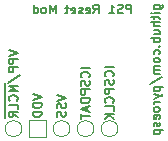
<source format=gbr>
G04 #@! TF.GenerationSoftware,KiCad,Pcbnew,(5.1.2)-2*
G04 #@! TF.CreationDate,2019-10-19T23:40:14+02:00*
G04 #@! TF.ProjectId,PlayStation 1 Reset Mod,506c6179-5374-4617-9469-6f6e20312052,rev?*
G04 #@! TF.SameCoordinates,Original*
G04 #@! TF.FileFunction,Legend,Bot*
G04 #@! TF.FilePolarity,Positive*
%FSLAX46Y46*%
G04 Gerber Fmt 4.6, Leading zero omitted, Abs format (unit mm)*
G04 Created by KiCad (PCBNEW (5.1.2)-2) date 2019-10-19 23:40:14*
%MOMM*%
%LPD*%
G04 APERTURE LIST*
%ADD10C,0.187500*%
%ADD11C,0.120000*%
%ADD12C,0.150000*%
G04 APERTURE END LIST*
D10*
X137260400Y-85439285D02*
X137260400Y-84689285D01*
X136974685Y-84689285D01*
X136903257Y-84725000D01*
X136867542Y-84760714D01*
X136831828Y-84832142D01*
X136831828Y-84939285D01*
X136867542Y-85010714D01*
X136903257Y-85046428D01*
X136974685Y-85082142D01*
X137260400Y-85082142D01*
X136546114Y-85403571D02*
X136438971Y-85439285D01*
X136260400Y-85439285D01*
X136188971Y-85403571D01*
X136153257Y-85367857D01*
X136117542Y-85296428D01*
X136117542Y-85225000D01*
X136153257Y-85153571D01*
X136188971Y-85117857D01*
X136260400Y-85082142D01*
X136403257Y-85046428D01*
X136474685Y-85010714D01*
X136510400Y-84975000D01*
X136546114Y-84903571D01*
X136546114Y-84832142D01*
X136510400Y-84760714D01*
X136474685Y-84725000D01*
X136403257Y-84689285D01*
X136224685Y-84689285D01*
X136117542Y-84725000D01*
X135403257Y-85439285D02*
X135831828Y-85439285D01*
X135617542Y-85439285D02*
X135617542Y-84689285D01*
X135688971Y-84796428D01*
X135760400Y-84867857D01*
X135831828Y-84903571D01*
X134081828Y-85439285D02*
X134331828Y-85082142D01*
X134510400Y-85439285D02*
X134510400Y-84689285D01*
X134224685Y-84689285D01*
X134153257Y-84725000D01*
X134117542Y-84760714D01*
X134081828Y-84832142D01*
X134081828Y-84939285D01*
X134117542Y-85010714D01*
X134153257Y-85046428D01*
X134224685Y-85082142D01*
X134510400Y-85082142D01*
X133474685Y-85403571D02*
X133546114Y-85439285D01*
X133688971Y-85439285D01*
X133760400Y-85403571D01*
X133796114Y-85332142D01*
X133796114Y-85046428D01*
X133760400Y-84975000D01*
X133688971Y-84939285D01*
X133546114Y-84939285D01*
X133474685Y-84975000D01*
X133438971Y-85046428D01*
X133438971Y-85117857D01*
X133796114Y-85189285D01*
X133153257Y-85403571D02*
X133081828Y-85439285D01*
X132938971Y-85439285D01*
X132867542Y-85403571D01*
X132831828Y-85332142D01*
X132831828Y-85296428D01*
X132867542Y-85225000D01*
X132938971Y-85189285D01*
X133046114Y-85189285D01*
X133117542Y-85153571D01*
X133153257Y-85082142D01*
X133153257Y-85046428D01*
X133117542Y-84975000D01*
X133046114Y-84939285D01*
X132938971Y-84939285D01*
X132867542Y-84975000D01*
X132224685Y-85403571D02*
X132296114Y-85439285D01*
X132438971Y-85439285D01*
X132510400Y-85403571D01*
X132546114Y-85332142D01*
X132546114Y-85046428D01*
X132510400Y-84975000D01*
X132438971Y-84939285D01*
X132296114Y-84939285D01*
X132224685Y-84975000D01*
X132188971Y-85046428D01*
X132188971Y-85117857D01*
X132546114Y-85189285D01*
X131974685Y-84939285D02*
X131688971Y-84939285D01*
X131867542Y-84689285D02*
X131867542Y-85332142D01*
X131831828Y-85403571D01*
X131760400Y-85439285D01*
X131688971Y-85439285D01*
X130867542Y-85439285D02*
X130867542Y-84689285D01*
X130617542Y-85225000D01*
X130367542Y-84689285D01*
X130367542Y-85439285D01*
X129903257Y-85439285D02*
X129974685Y-85403571D01*
X130010400Y-85367857D01*
X130046114Y-85296428D01*
X130046114Y-85082142D01*
X130010400Y-85010714D01*
X129974685Y-84975000D01*
X129903257Y-84939285D01*
X129796114Y-84939285D01*
X129724685Y-84975000D01*
X129688971Y-85010714D01*
X129653257Y-85082142D01*
X129653257Y-85296428D01*
X129688971Y-85367857D01*
X129724685Y-85403571D01*
X129796114Y-85439285D01*
X129903257Y-85439285D01*
X129010400Y-85439285D02*
X129010400Y-84689285D01*
X129010400Y-85403571D02*
X129081828Y-85439285D01*
X129224685Y-85439285D01*
X129296114Y-85403571D01*
X129331828Y-85367857D01*
X129367542Y-85296428D01*
X129367542Y-85082142D01*
X129331828Y-85010714D01*
X129296114Y-84975000D01*
X129224685Y-84939285D01*
X129081828Y-84939285D01*
X129010400Y-84975000D01*
X139189285Y-85037142D02*
X139796428Y-85037142D01*
X139867857Y-85001428D01*
X139903571Y-84965714D01*
X139939285Y-84894285D01*
X139939285Y-84787142D01*
X139903571Y-84715714D01*
X139653571Y-85037142D02*
X139689285Y-84965714D01*
X139689285Y-84822857D01*
X139653571Y-84751428D01*
X139617857Y-84715714D01*
X139546428Y-84680000D01*
X139332142Y-84680000D01*
X139260714Y-84715714D01*
X139225000Y-84751428D01*
X139189285Y-84822857D01*
X139189285Y-84965714D01*
X139225000Y-85037142D01*
X139689285Y-85394285D02*
X139189285Y-85394285D01*
X138939285Y-85394285D02*
X138975000Y-85358571D01*
X139010714Y-85394285D01*
X138975000Y-85430000D01*
X138939285Y-85394285D01*
X139010714Y-85394285D01*
X139189285Y-85644285D02*
X139189285Y-85930000D01*
X138939285Y-85751428D02*
X139582142Y-85751428D01*
X139653571Y-85787142D01*
X139689285Y-85858571D01*
X139689285Y-85930000D01*
X139689285Y-86180000D02*
X138939285Y-86180000D01*
X139689285Y-86501428D02*
X139296428Y-86501428D01*
X139225000Y-86465714D01*
X139189285Y-86394285D01*
X139189285Y-86287142D01*
X139225000Y-86215714D01*
X139260714Y-86180000D01*
X139189285Y-87180000D02*
X139689285Y-87180000D01*
X139189285Y-86858571D02*
X139582142Y-86858571D01*
X139653571Y-86894285D01*
X139689285Y-86965714D01*
X139689285Y-87072857D01*
X139653571Y-87144285D01*
X139617857Y-87180000D01*
X139689285Y-87537142D02*
X138939285Y-87537142D01*
X139225000Y-87537142D02*
X139189285Y-87608571D01*
X139189285Y-87751428D01*
X139225000Y-87822857D01*
X139260714Y-87858571D01*
X139332142Y-87894285D01*
X139546428Y-87894285D01*
X139617857Y-87858571D01*
X139653571Y-87822857D01*
X139689285Y-87751428D01*
X139689285Y-87608571D01*
X139653571Y-87537142D01*
X139617857Y-88215714D02*
X139653571Y-88251428D01*
X139689285Y-88215714D01*
X139653571Y-88180000D01*
X139617857Y-88215714D01*
X139689285Y-88215714D01*
X139653571Y-88894285D02*
X139689285Y-88822857D01*
X139689285Y-88680000D01*
X139653571Y-88608571D01*
X139617857Y-88572857D01*
X139546428Y-88537142D01*
X139332142Y-88537142D01*
X139260714Y-88572857D01*
X139225000Y-88608571D01*
X139189285Y-88680000D01*
X139189285Y-88822857D01*
X139225000Y-88894285D01*
X139689285Y-89322857D02*
X139653571Y-89251428D01*
X139617857Y-89215714D01*
X139546428Y-89180000D01*
X139332142Y-89180000D01*
X139260714Y-89215714D01*
X139225000Y-89251428D01*
X139189285Y-89322857D01*
X139189285Y-89430000D01*
X139225000Y-89501428D01*
X139260714Y-89537142D01*
X139332142Y-89572857D01*
X139546428Y-89572857D01*
X139617857Y-89537142D01*
X139653571Y-89501428D01*
X139689285Y-89430000D01*
X139689285Y-89322857D01*
X139689285Y-89894285D02*
X139189285Y-89894285D01*
X139260714Y-89894285D02*
X139225000Y-89930000D01*
X139189285Y-90001428D01*
X139189285Y-90108571D01*
X139225000Y-90180000D01*
X139296428Y-90215714D01*
X139689285Y-90215714D01*
X139296428Y-90215714D02*
X139225000Y-90251428D01*
X139189285Y-90322857D01*
X139189285Y-90430000D01*
X139225000Y-90501428D01*
X139296428Y-90537142D01*
X139689285Y-90537142D01*
X138903571Y-91430000D02*
X139867857Y-90787142D01*
X139189285Y-91680000D02*
X139939285Y-91680000D01*
X139225000Y-91680000D02*
X139189285Y-91751428D01*
X139189285Y-91894285D01*
X139225000Y-91965714D01*
X139260714Y-92001428D01*
X139332142Y-92037142D01*
X139546428Y-92037142D01*
X139617857Y-92001428D01*
X139653571Y-91965714D01*
X139689285Y-91894285D01*
X139689285Y-91751428D01*
X139653571Y-91680000D01*
X139189285Y-92287142D02*
X139689285Y-92465714D01*
X139189285Y-92644285D02*
X139689285Y-92465714D01*
X139867857Y-92394285D01*
X139903571Y-92358571D01*
X139939285Y-92287142D01*
X139689285Y-92930000D02*
X139189285Y-92930000D01*
X139332142Y-92930000D02*
X139260714Y-92965714D01*
X139225000Y-93001428D01*
X139189285Y-93072857D01*
X139189285Y-93144285D01*
X139689285Y-93501428D02*
X139653571Y-93430000D01*
X139617857Y-93394285D01*
X139546428Y-93358571D01*
X139332142Y-93358571D01*
X139260714Y-93394285D01*
X139225000Y-93430000D01*
X139189285Y-93501428D01*
X139189285Y-93608571D01*
X139225000Y-93680000D01*
X139260714Y-93715714D01*
X139332142Y-93751428D01*
X139546428Y-93751428D01*
X139617857Y-93715714D01*
X139653571Y-93680000D01*
X139689285Y-93608571D01*
X139689285Y-93501428D01*
X139653571Y-94358571D02*
X139689285Y-94287142D01*
X139689285Y-94144285D01*
X139653571Y-94072857D01*
X139582142Y-94037142D01*
X139296428Y-94037142D01*
X139225000Y-94072857D01*
X139189285Y-94144285D01*
X139189285Y-94287142D01*
X139225000Y-94358571D01*
X139296428Y-94394285D01*
X139367857Y-94394285D01*
X139439285Y-94037142D01*
X139653571Y-94680000D02*
X139689285Y-94751428D01*
X139689285Y-94894285D01*
X139653571Y-94965714D01*
X139582142Y-95001428D01*
X139546428Y-95001428D01*
X139475000Y-94965714D01*
X139439285Y-94894285D01*
X139439285Y-94787142D01*
X139403571Y-94715714D01*
X139332142Y-94680000D01*
X139296428Y-94680000D01*
X139225000Y-94715714D01*
X139189285Y-94787142D01*
X139189285Y-94894285D01*
X139225000Y-94965714D01*
X139189285Y-95322857D02*
X139939285Y-95322857D01*
X139225000Y-95322857D02*
X139189285Y-95394285D01*
X139189285Y-95537142D01*
X139225000Y-95608571D01*
X139260714Y-95644285D01*
X139332142Y-95680000D01*
X139546428Y-95680000D01*
X139617857Y-95644285D01*
X139653571Y-95608571D01*
X139689285Y-95537142D01*
X139689285Y-95394285D01*
X139653571Y-95322857D01*
D11*
X128649000Y-94490000D02*
X128649000Y-95890000D01*
X130049000Y-94490000D02*
X128649000Y-94490000D01*
X130049000Y-95890000D02*
X130049000Y-94490000D01*
X128649000Y-95890000D02*
X130049000Y-95890000D01*
X128017000Y-95190000D02*
G75*
G03X128017000Y-95190000I-700000J0D01*
G01*
X132081000Y-95190000D02*
G75*
G03X132081000Y-95190000I-700000J0D01*
G01*
X134113000Y-95190000D02*
G75*
G03X134113000Y-95190000I-700000J0D01*
G01*
X136145000Y-95190000D02*
G75*
G03X136145000Y-95190000I-700000J0D01*
G01*
D12*
X128938285Y-92285000D02*
X129688285Y-92535000D01*
X128938285Y-92785000D01*
X129688285Y-93035000D02*
X128938285Y-93035000D01*
X128938285Y-93213571D01*
X128974000Y-93320714D01*
X129045428Y-93392142D01*
X129116857Y-93427857D01*
X129259714Y-93463571D01*
X129366857Y-93463571D01*
X129509714Y-93427857D01*
X129581142Y-93392142D01*
X129652571Y-93320714D01*
X129688285Y-93213571D01*
X129688285Y-93035000D01*
X129688285Y-93785000D02*
X128938285Y-93785000D01*
X128938285Y-93963571D01*
X128974000Y-94070714D01*
X129045428Y-94142142D01*
X129116857Y-94177857D01*
X129259714Y-94213571D01*
X129366857Y-94213571D01*
X129509714Y-94177857D01*
X129581142Y-94142142D01*
X129652571Y-94070714D01*
X129688285Y-93963571D01*
X129688285Y-93785000D01*
X126906285Y-88505000D02*
X127656285Y-88755000D01*
X126906285Y-89005000D01*
X127656285Y-89255000D02*
X126906285Y-89255000D01*
X126906285Y-89540714D01*
X126942000Y-89612142D01*
X126977714Y-89647857D01*
X127049142Y-89683571D01*
X127156285Y-89683571D01*
X127227714Y-89647857D01*
X127263428Y-89612142D01*
X127299142Y-89540714D01*
X127299142Y-89255000D01*
X127656285Y-90005000D02*
X126906285Y-90005000D01*
X126906285Y-90290714D01*
X126942000Y-90362142D01*
X126977714Y-90397857D01*
X127049142Y-90433571D01*
X127156285Y-90433571D01*
X127227714Y-90397857D01*
X127263428Y-90362142D01*
X127299142Y-90290714D01*
X127299142Y-90005000D01*
X126870571Y-91290714D02*
X127834857Y-90647857D01*
X126582000Y-91362142D02*
X126582000Y-92219285D01*
X127656285Y-91540714D02*
X126906285Y-91540714D01*
X127442000Y-91790714D01*
X126906285Y-92040714D01*
X127656285Y-92040714D01*
X126582000Y-92219285D02*
X126582000Y-92969285D01*
X127584857Y-92826428D02*
X127620571Y-92790714D01*
X127656285Y-92683571D01*
X127656285Y-92612142D01*
X127620571Y-92505000D01*
X127549142Y-92433571D01*
X127477714Y-92397857D01*
X127334857Y-92362142D01*
X127227714Y-92362142D01*
X127084857Y-92397857D01*
X127013428Y-92433571D01*
X126942000Y-92505000D01*
X126906285Y-92612142D01*
X126906285Y-92683571D01*
X126942000Y-92790714D01*
X126977714Y-92826428D01*
X126582000Y-92969285D02*
X126582000Y-93576428D01*
X127656285Y-93505000D02*
X127656285Y-93147857D01*
X126906285Y-93147857D01*
X126582000Y-93576428D02*
X126582000Y-94326428D01*
X127656285Y-94183571D02*
X127299142Y-93933571D01*
X127656285Y-93755000D02*
X126906285Y-93755000D01*
X126906285Y-94040714D01*
X126942000Y-94112142D01*
X126977714Y-94147857D01*
X127049142Y-94183571D01*
X127156285Y-94183571D01*
X127227714Y-94147857D01*
X127263428Y-94112142D01*
X127299142Y-94040714D01*
X127299142Y-93755000D01*
X130970285Y-92320714D02*
X131720285Y-92570714D01*
X130970285Y-92820714D01*
X131684571Y-93035000D02*
X131720285Y-93142142D01*
X131720285Y-93320714D01*
X131684571Y-93392142D01*
X131648857Y-93427857D01*
X131577428Y-93463571D01*
X131506000Y-93463571D01*
X131434571Y-93427857D01*
X131398857Y-93392142D01*
X131363142Y-93320714D01*
X131327428Y-93177857D01*
X131291714Y-93106428D01*
X131256000Y-93070714D01*
X131184571Y-93035000D01*
X131113142Y-93035000D01*
X131041714Y-93070714D01*
X131006000Y-93106428D01*
X130970285Y-93177857D01*
X130970285Y-93356428D01*
X131006000Y-93463571D01*
X131684571Y-93749285D02*
X131720285Y-93856428D01*
X131720285Y-94035000D01*
X131684571Y-94106428D01*
X131648857Y-94142142D01*
X131577428Y-94177857D01*
X131506000Y-94177857D01*
X131434571Y-94142142D01*
X131398857Y-94106428D01*
X131363142Y-94035000D01*
X131327428Y-93892142D01*
X131291714Y-93820714D01*
X131256000Y-93785000D01*
X131184571Y-93749285D01*
X131113142Y-93749285D01*
X131041714Y-93785000D01*
X131006000Y-93820714D01*
X130970285Y-93892142D01*
X130970285Y-94070714D01*
X131006000Y-94177857D01*
X133752285Y-90052714D02*
X133002285Y-90052714D01*
X133680857Y-90838428D02*
X133716571Y-90802714D01*
X133752285Y-90695571D01*
X133752285Y-90624142D01*
X133716571Y-90517000D01*
X133645142Y-90445571D01*
X133573714Y-90409857D01*
X133430857Y-90374142D01*
X133323714Y-90374142D01*
X133180857Y-90409857D01*
X133109428Y-90445571D01*
X133038000Y-90517000D01*
X133002285Y-90624142D01*
X133002285Y-90695571D01*
X133038000Y-90802714D01*
X133073714Y-90838428D01*
X133716571Y-91124142D02*
X133752285Y-91231285D01*
X133752285Y-91409857D01*
X133716571Y-91481285D01*
X133680857Y-91517000D01*
X133609428Y-91552714D01*
X133538000Y-91552714D01*
X133466571Y-91517000D01*
X133430857Y-91481285D01*
X133395142Y-91409857D01*
X133359428Y-91267000D01*
X133323714Y-91195571D01*
X133288000Y-91159857D01*
X133216571Y-91124142D01*
X133145142Y-91124142D01*
X133073714Y-91159857D01*
X133038000Y-91195571D01*
X133002285Y-91267000D01*
X133002285Y-91445571D01*
X133038000Y-91552714D01*
X133752285Y-91874142D02*
X133002285Y-91874142D01*
X133002285Y-92159857D01*
X133038000Y-92231285D01*
X133073714Y-92267000D01*
X133145142Y-92302714D01*
X133252285Y-92302714D01*
X133323714Y-92267000D01*
X133359428Y-92231285D01*
X133395142Y-92159857D01*
X133395142Y-91874142D01*
X133752285Y-92624142D02*
X133002285Y-92624142D01*
X133002285Y-92802714D01*
X133038000Y-92909857D01*
X133109428Y-92981285D01*
X133180857Y-93017000D01*
X133323714Y-93052714D01*
X133430857Y-93052714D01*
X133573714Y-93017000D01*
X133645142Y-92981285D01*
X133716571Y-92909857D01*
X133752285Y-92802714D01*
X133752285Y-92624142D01*
X133538000Y-93338428D02*
X133538000Y-93695571D01*
X133752285Y-93267000D02*
X133002285Y-93517000D01*
X133752285Y-93767000D01*
X133002285Y-93909857D02*
X133002285Y-94338428D01*
X133752285Y-94124142D02*
X133002285Y-94124142D01*
X135784285Y-89981285D02*
X135034285Y-89981285D01*
X135712857Y-90767000D02*
X135748571Y-90731285D01*
X135784285Y-90624142D01*
X135784285Y-90552714D01*
X135748571Y-90445571D01*
X135677142Y-90374142D01*
X135605714Y-90338428D01*
X135462857Y-90302714D01*
X135355714Y-90302714D01*
X135212857Y-90338428D01*
X135141428Y-90374142D01*
X135070000Y-90445571D01*
X135034285Y-90552714D01*
X135034285Y-90624142D01*
X135070000Y-90731285D01*
X135105714Y-90767000D01*
X135748571Y-91052714D02*
X135784285Y-91159857D01*
X135784285Y-91338428D01*
X135748571Y-91409857D01*
X135712857Y-91445571D01*
X135641428Y-91481285D01*
X135570000Y-91481285D01*
X135498571Y-91445571D01*
X135462857Y-91409857D01*
X135427142Y-91338428D01*
X135391428Y-91195571D01*
X135355714Y-91124142D01*
X135320000Y-91088428D01*
X135248571Y-91052714D01*
X135177142Y-91052714D01*
X135105714Y-91088428D01*
X135070000Y-91124142D01*
X135034285Y-91195571D01*
X135034285Y-91374142D01*
X135070000Y-91481285D01*
X135784285Y-91802714D02*
X135034285Y-91802714D01*
X135034285Y-92088428D01*
X135070000Y-92159857D01*
X135105714Y-92195571D01*
X135177142Y-92231285D01*
X135284285Y-92231285D01*
X135355714Y-92195571D01*
X135391428Y-92159857D01*
X135427142Y-92088428D01*
X135427142Y-91802714D01*
X135712857Y-92981285D02*
X135748571Y-92945571D01*
X135784285Y-92838428D01*
X135784285Y-92767000D01*
X135748571Y-92659857D01*
X135677142Y-92588428D01*
X135605714Y-92552714D01*
X135462857Y-92517000D01*
X135355714Y-92517000D01*
X135212857Y-92552714D01*
X135141428Y-92588428D01*
X135070000Y-92659857D01*
X135034285Y-92767000D01*
X135034285Y-92838428D01*
X135070000Y-92945571D01*
X135105714Y-92981285D01*
X135784285Y-93659857D02*
X135784285Y-93302714D01*
X135034285Y-93302714D01*
X135784285Y-93909857D02*
X135034285Y-93909857D01*
X135784285Y-94338428D02*
X135355714Y-94017000D01*
X135034285Y-94338428D02*
X135462857Y-93909857D01*
M02*

</source>
